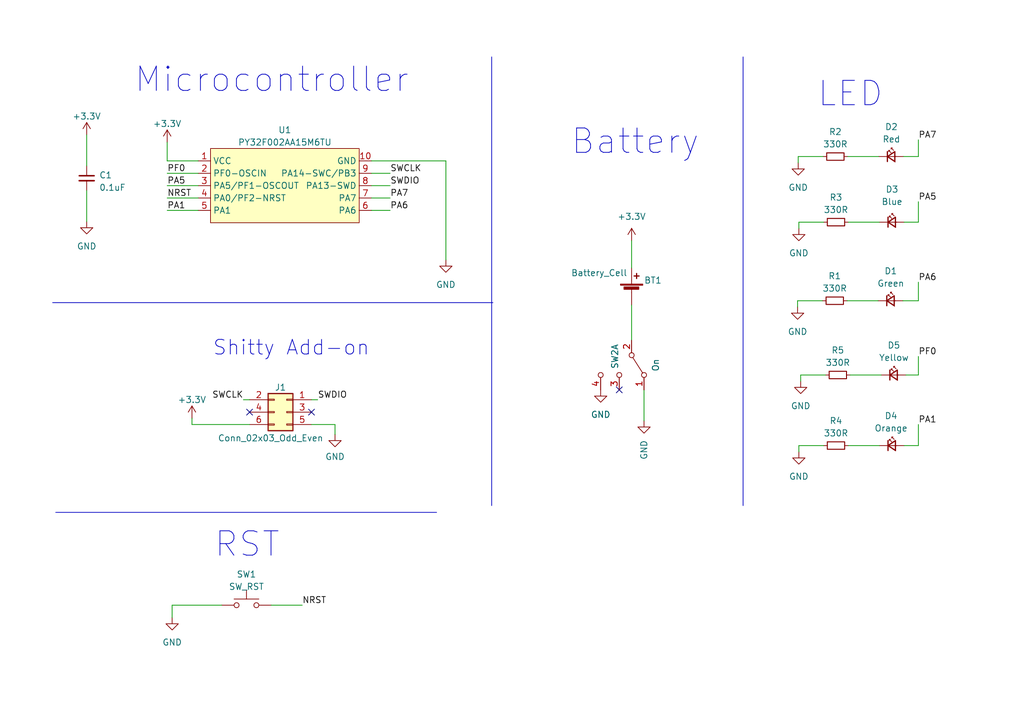
<source format=kicad_sch>
(kicad_sch (version 20231120) (generator "eeschema") (generator_version "8.0")
  (paper "A5")
  (lib_symbols
    (symbol "Connector_Generic:Conn_02x03_Odd_Even" (pin_names (offset 1.016) hide)
      (property "Reference" "J" (at 1.27 5.08 0))
      (property "Value" "Conn_02x03_Odd_Even" (at 1.27 -5.08 0))
      (symbol "Conn_02x03_Odd_Even_1_1"
        (rectangle (start -1.27 -2.413) (end 0 -2.667) (stroke (width 0.1524)))
        (rectangle (start -1.27 0.127) (end 0 -0.127) (stroke (width 0.1524)))
        (rectangle (start -1.27 2.667) (end 0 2.413) (stroke (width 0.1524)))
        (rectangle (start -1.27 3.81) (end 3.81 -3.81) (stroke (width 0.254)) (fill (type background)))
        (rectangle (start 3.81 -2.413) (end 2.54 -2.667) (stroke (width 0.1524)))
        (rectangle (start 3.81 0.127) (end 2.54 -0.127) (stroke (width 0.1524)))
        (rectangle (start 3.81 2.667) (end 2.54 2.413) (stroke (width 0.1524)))
        (pin passive line (at -5.08 2.54 0) (length 3.81) (name "Pin_1") (number "1"))
        (pin passive line (at 7.62 2.54 180) (length 3.81) (name "Pin_2") (number "2"))
        (pin passive line (at -5.08 0 0) (length 3.81) (name "Pin_3") (number "3"))
        (pin passive line (at 7.62 0 180) (length 3.81) (name "Pin_4") (number "4"))
        (pin passive line (at -5.08 -2.54 0) (length 3.81) (name "Pin_5") (number "5"))
        (pin passive line (at 7.62 -2.54 180) (length 3.81) (name "Pin_6") (number "6"))
      )
    )
    (symbol "Device:Battery_Cell" (pin_numbers hide) (pin_names (offset 0) hide)
      (property "Reference" "BT1" (at 2.54 2.54 0))
      (property "Value" "Battery_Cell" (at -12.446 4.064 0))
      (symbol "Battery_Cell_0_1"
        (rectangle (start -2.286 1.778) (end 2.286 1.524) (fill (type outline)))
        (rectangle (start -1.5748 1.1938) (end 1.4732 0.6858) (fill (type outline)))
        (polyline (pts (xy 0 0.762) (xy 0 0)))
        (polyline (pts (xy 0 1.778) (xy 0 2.54)))
        (polyline (pts (xy 0.508 3.429) (xy 1.524 3.429)) (stroke (width 0.254)))
        (polyline (pts (xy 1.016 3.937) (xy 1.016 2.921)) (stroke (width 0.254)))
      )
      (symbol "Battery_Cell_1_1"
        (pin passive line (at 0 -2.54 90) (length 2.54) (name "-") (number "1"))
        (pin passive line (at 0 5.08 270) (length 2.54) (name "+") (number "2"))
      )
    )
    (symbol "Device:C_Small" (pin_numbers hide) (pin_names (offset 0.254) hide)
      (property "Reference" "C" (at 0.254 1.778 0))
      (property "Value" "C_Small" (at 0.254 -2.032 0))
      (symbol "C_Small_0_1"
        (polyline (pts (xy -1.524 -0.508) (xy 1.524 -0.508)) (stroke (width 0.3302)))
        (polyline (pts (xy -1.524 0.508) (xy 1.524 0.508)) (stroke (width 0.3048)))
      )
      (symbol "C_Small_1_1"
        (pin passive line (at 0 2.54 270) (length 2.032) (name "~") (number "1"))
        (pin passive line (at 0 -2.54 90) (length 2.032) (name "~") (number "2"))
      )
    )
    (symbol "Device:LED_Small" (pin_numbers hide) (pin_names (offset 0.254) hide)
      (property "Reference" "D" (at -1.27 3.175 0))
      (property "Value" "LED_Small" (at -4.445 -2.54 0))
      (symbol "LED_Small_0_1"
        (polyline (pts (xy -0.762 -1.016) (xy -0.762 1.016)) (stroke (width 0.254)))
        (polyline (pts (xy 1.016 0) (xy -0.762 0)))
        (polyline (pts (xy 0.762 -1.016) (xy -0.762 0) (xy 0.762 1.016) (xy 0.762 -1.016)) (stroke (width 0.254)))
        (polyline (pts (xy 0 0.762) (xy -0.508 1.27) (xy -0.254 1.27) (xy -0.508 1.27) (xy -0.508 1.016)))
        (polyline (pts (xy 0.508 1.27) (xy 0 1.778) (xy 0.254 1.778) (xy 0 1.778) (xy 0 1.524)))
      )
      (symbol "LED_Small_1_1"
        (pin passive line (at -2.54 0 0) (length 1.778) (name "K") (number "1"))
        (pin passive line (at 2.54 0 180) (length 1.778) (name "A") (number "2"))
      )
    )
    (symbol "Device:R_Small" (pin_numbers hide) (pin_names (offset 0.254) hide)
      (property "Reference" "R" (at 0.762 0.508 0))
      (property "Value" "R_Small" (at 0.762 -1.016 0))
      (symbol "R_Small_0_1"
        (rectangle (start -0.762 1.778) (end 0.762 -1.778) (stroke (width 0.2032)))
      )
      (symbol "R_Small_1_1"
        (pin passive line (at 0 2.54 270) (length 0.762) (name "~") (number "1"))
        (pin passive line (at 0 -2.54 90) (length 0.762) (name "~") (number "2"))
      )
    )
    (symbol "MCU_PY32F002:PY32F002AA15M6TU"
      (property "Reference" "U" (at 0 0 0))
      (property "Value" "PY32F002AA15M6TU" (at 6.35 -17.78 0))
      (symbol "PY32F002AA15M6TU_1_1"
        (rectangle (start -3.81 -1.27) (end 26.67 -16.51) (fill (type background)))
        (pin input line (at -6.35 -3.81 0) (length 2.54) (name "VCC") (number "1"))
        (pin input line (at 29.21 -3.81 180) (length 2.54) (name "GND") (number "10"))
        (pin input line (at -6.35 -6.35 0) (length 2.54) (name "PF0-OSCIN") (number "2"))
        (pin input line (at -6.35 -8.89 0) (length 2.54) (name "PA5/PF1-OSCOUT") (number "3"))
        (pin input line (at -6.35 -11.43 0) (length 2.54) (name "PA0/PF2-NRST") (number "4"))
        (pin input line (at -6.35 -13.97 0) (length 2.54) (name "PA1") (number "5"))
        (pin input line (at 29.21 -13.97 180) (length 2.54) (name "PA6") (number "6"))
        (pin input line (at 29.21 -11.43 180) (length 2.54) (name "PA7") (number "7"))
        (pin input line (at 29.21 -8.89 180) (length 2.54) (name "PA13-SWD") (number "8"))
        (pin input line (at 29.21 -6.35 180) (length 2.54) (name "PA14-SWC/PB3") (number "9"))
      )
    )
    (symbol "Switch:SW_DPDT_x2" (pin_names (offset 0) hide)
      (property "Reference" "SW2" (at -1.778 -3.429 0))
      (property "Value" "On" (at 0 4.9276 0))
      (symbol "SW_DPDT_x2_0_0"
        (circle (center -2.032 0) (radius 0.508))
        (circle (center 2.032 -6.35) (radius 0.508))
        (circle (center 2.032 -2.54) (radius 0.508))
      )
      (symbol "SW_DPDT_x2_0_1"
        (polyline (pts (xy -1.524 0.254) (xy 1.651 2.286)))
        (circle (center 2.032 2.54) (radius 0.508))
      )
      (symbol "SW_DPDT_x2_1_1"
        (pin passive line (at 5.08 2.54 180) (length 2.54) (name "A") (number "1"))
        (pin passive line (at -5.08 0 0) (length 2.54) (name "B") (number "2"))
        (pin passive line (at 5.08 -2.54 180) (length 2.54) (name "C") (number "3"))
        (pin passive line (at 5.08 -6.35 180) (length 2.54) (name "C") (number "4"))
      )
      (symbol "SW_DPDT_x2_2_1"
        (pin passive line (at 5.08 2.54 180) (length 2.54) (name "A") (number "4"))
        (pin passive line (at -5.08 0 0) (length 2.54) (name "B") (number "5"))
        (pin passive line (at 5.08 -2.54 180) (length 2.54) (name "C") (number "6"))
      )
    )
    (symbol "Switch:SW_Push" (pin_numbers hide) (pin_names (offset 1.016) hide)
      (property "Reference" "SW" (at 1.27 2.54 0))
      (property "Value" "SW_Push" (at 0 -1.524 0))
      (symbol "SW_Push_0_1"
        (circle (center -2.032 0) (radius 0.508))
        (polyline (pts (xy 0 1.27) (xy 0 3.048)))
        (polyline (pts (xy 2.54 1.27) (xy -2.54 1.27)))
        (circle (center 2.032 0) (radius 0.508))
        (pin passive line (at -5.08 0 0) (length 2.54) (name "1") (number "1"))
        (pin passive line (at 5.08 0 180) (length 2.54) (name "2") (number "2"))
      )
    )
    (symbol "power:+3.3V" (power) (pin_names (offset 0))
      (property "Value" "+3.3V" (at 0 3.556 0))
      (symbol "+3.3V_0_1"
        (polyline (pts (xy -0.762 1.27) (xy 0 2.54)))
        (polyline (pts (xy 0 0) (xy 0 2.54)))
        (polyline (pts (xy 0 2.54) (xy 0.762 1.27)))
      )
      (symbol "+3.3V_1_1"
        (pin power_in line (at 0 0 90) (length 0) hide (name "+3.3V") (number "1"))
      )
    )
    (symbol "power:GND" (power) (pin_names (offset 0))
      (property "Value" "GND" (at 0 -3.81 0))
      (symbol "GND_0_1"
        (polyline (pts (xy 0 0) (xy 0 -1.27) (xy 1.27 -1.27) (xy 0 -2.54) (xy -1.27 -1.27) (xy 0 -1.27)))
      )
      (symbol "GND_1_1"
        (pin power_in line (at 0 0 270) (length 0) hide (name "GND") (number "1"))
      )
    )
  )
  (no_connect (at 127 80.01))
  (no_connect (at 51.181 84.582))
  (no_connect (at 63.881 84.582))
  (wire (pts (xy 168.91 45.593) (xy 163.83 45.593)))
  (wire (pts (xy 68.707 87.122) (xy 63.881 87.122)))
  (wire (pts (xy 188.341 76.962) (xy 185.801 76.962)))
  (wire (pts (xy 188.341 28.702) (xy 188.341 32.131)))
  (wire (pts (xy 76.2 43.18) (xy 80.01 43.18)))
  (wire (pts (xy 49.911 82.042) (xy 51.181 82.042)))
  (wire (pts (xy 17.78 39.116) (xy 17.78 45.466)))
  (wire (pts (xy 132.08 80.01) (xy 132.08 86.36)))
  (wire (pts (xy 34.29 43.18) (xy 40.64 43.18)))
  (wire (pts (xy 174.371 76.962) (xy 180.721 76.962)))
  (wire (pts (xy 169.291 76.962) (xy 164.211 76.962)))
  (wire (pts (xy 76.2 40.64) (xy 80.01 40.64)))
  (wire (pts (xy 188.341 45.593) (xy 185.42 45.593)))
  (wire (pts (xy 168.656 61.722) (xy 163.576 61.722)))
  (wire (pts (xy 188.341 32.131) (xy 185.293 32.131)))
  (wire (pts (xy 34.29 35.56) (xy 40.64 35.56)))
  (wire (pts (xy 35.306 124.206) (xy 35.306 126.746)))
  (wire (pts (xy 39.37 85.852) (xy 39.37 87.122)))
  (wire (pts (xy 65.151 82.042) (xy 63.881 82.042)))
  (wire (pts (xy 34.29 40.64) (xy 40.64 40.64)))
  (wire (pts (xy 173.99 45.593) (xy 180.34 45.593)))
  (wire (pts (xy 45.466 124.206) (xy 35.306 124.206)))
  (wire (pts (xy 168.783 32.131) (xy 163.703 32.131)))
  (wire (pts (xy 188.341 41.402) (xy 188.341 45.593)))
  (polyline (pts (xy 100.838 11.684) (xy 100.838 103.759)))
  (wire (pts (xy 163.83 91.44) (xy 163.83 92.71)))
  (wire (pts (xy 163.576 61.722) (xy 163.576 62.992)))
  (wire (pts (xy 34.29 33.02) (xy 34.29 29.21)))
  (wire (pts (xy 17.78 27.686) (xy 17.78 34.036)))
  (wire (pts (xy 168.91 91.44) (xy 163.83 91.44)))
  (wire (pts (xy 188.341 91.44) (xy 185.42 91.44)))
  (wire (pts (xy 76.2 38.1) (xy 80.01 38.1)))
  (wire (pts (xy 188.341 61.722) (xy 185.166 61.722)))
  (wire (pts (xy 173.99 91.44) (xy 180.34 91.44)))
  (wire (pts (xy 163.83 45.593) (xy 163.83 46.863)))
  (polyline (pts (xy 11.43 105.156) (xy 89.535 105.156)))
  (wire (pts (xy 188.341 87.122) (xy 188.341 91.44)))
  (wire (pts (xy 129.54 62.611) (xy 129.54 69.85)))
  (wire (pts (xy 129.54 49.403) (xy 129.54 54.991)))
  (wire (pts (xy 76.2 33.02) (xy 91.44 33.02)))
  (wire (pts (xy 91.44 33.02) (xy 91.44 53.34)))
  (wire (pts (xy 164.211 76.962) (xy 164.211 78.232)))
  (polyline (pts (xy 152.4 11.684) (xy 152.4 103.759)))
  (wire (pts (xy 34.29 38.1) (xy 40.64 38.1)))
  (wire (pts (xy 163.703 32.131) (xy 163.703 33.401)))
  (wire (pts (xy 76.2 35.56) (xy 80.01 35.56)))
  (wire (pts (xy 173.863 32.131) (xy 180.213 32.131)))
  (polyline (pts (xy 10.795 62.103) (xy 101.092 62.103)))
  (wire (pts (xy 40.64 33.02) (xy 34.29 33.02)))
  (wire (pts (xy 188.341 57.912) (xy 188.341 61.722)))
  (wire (pts (xy 55.626 124.206) (xy 61.976 124.206)))
  (wire (pts (xy 188.341 73.152) (xy 188.341 76.962)))
  (wire (pts (xy 68.707 89.154) (xy 68.707 87.122)))
  (wire (pts (xy 173.736 61.722) (xy 180.086 61.722)))
  (wire (pts (xy 39.37 87.122) (xy 51.181 87.122)))
  (text "Microcontroller" (at 27.432 19.431 0) (effects (font (size 5 5)) (justify left bottom)))
  (text "Battery" (at 116.967 32.131 0) (effects (font (size 5 5)) (justify left bottom)))
  (text "Shitty Add-on\n" (at 43.561 73.279 0) (effects (font (size 3 3)) (justify left bottom)))
  (text "RST" (at 43.815 114.808 0) (effects (font (size 5 5)) (justify left bottom)))
  (text "LED\n" (at 167.513 22.352 0) (effects (font (size 5 5)) (justify left bottom)))
  (label "NRST" (at 34.29 40.64 0))
  (label "PA7" (at 188.341 28.702 0))
  (label "PA5" (at 188.341 41.402 0))
  (label "PA7" (at 80.01 40.64 0))
  (label "PA1" (at 34.29 43.18 0))
  (label "SWCLK" (at 49.911 82.042 180))
  (label "PA6" (at 188.341 57.912 0))
  (label "NRST" (at 61.976 124.206 0))
  (label "PA5" (at 34.29 38.1 0))
  (label "PF0" (at 188.341 73.152 0))
  (label "PA6" (at 80.01 43.18 0))
  (label "SWCLK" (at 80.01 35.56 0))
  (label "SWDIO" (at 65.151 82.042 0))
  (label "PF0" (at 34.29 35.56 0))
  (label "PA1" (at 188.341 87.122 0))
  (label "SWDIO" (at 80.01 38.1 0))
  (symbol (lib_id "power:GND") (at 163.83 92.71 0) (unit 1)
    (property "Reference" "#PWR014" (effects (hide yes)))
    (property "Value" "GND" (at 163.83 97.79 0))
  )
  (symbol (lib_id "Device:LED_Small") (at 183.261 76.962 0) (unit 1)
    (property "Reference" "D5" (at 183.3245 70.866 0))
    (property "Value" "Yellow" (at 183.3245 73.406 0))
    (property "Footprint" "LED_SMD:LED_0805_2012Metric" (effects (hide yes)))
    (property "LCSC#" "C84261" (effects (hide yes)))
  )
  (symbol (lib_id "Device:Battery_Cell") (at 129.54 60.071 0) (unit 1)
    (property "Reference" "BT1" (at 132.08 57.531 0) (effects (justify left)))
    (property "Value" "Battery_Cell" (at 117.094 56.007 0) (effects (justify left)))
    (property "Footprint" "Library:BAT-HLD-001" (effects (hide yes)))
    (property "LCSC#" "C964833" (effects (hide yes)))
  )
  (symbol (lib_id "Device:R_Small") (at 171.196 61.722 90) (unit 1)
    (property "Reference" "R1" (at 171.196 56.642 90))
    (property "Value" "330R" (at 171.196 59.182 90))
    (property "Footprint" "Resistor_SMD:R_0805_2012Metric" (effects (hide yes)))
    (property "LCSC#" "C119075" (effects (hide yes)))
  )
  (symbol (lib_id "Device:LED_Small") (at 182.88 91.44 0) (unit 1)
    (property "Reference" "D4" (at 182.753 85.344 0))
    (property "Value" "Orange" (at 182.753 87.884 0))
    (property "Footprint" "LED_SMD:LED_0805_2012Metric" (effects (hide yes)))
    (property "LCSC#" "C434437" (effects (hide yes)))
  )
  (symbol (lib_id "power:+3.3V") (at 129.54 49.403 0) (unit 1)
    (property "Reference" "#PWR09" (effects (hide yes)))
    (property "Value" "+3.3V" (at 129.54 44.45 0))
  )
  (symbol (lib_id "power:GND") (at 35.306 126.746 0) (unit 1)
    (property "Reference" "#PWR04" (effects (hide yes)))
    (property "Value" "GND" (at 35.306 131.826 0))
  )
  (symbol (lib_id "power:GND") (at 123.19 80.01 0) (unit 1)
    (property "Reference" "#PWR08" (effects (hide yes)))
    (property "Value" "GND" (at 123.19 85.09 0))
  )
  (symbol (lib_id "Switch:SW_DPDT_x2") (at 129.54 74.93 270) (unit 1)
    (property "Reference" "SW2" (at 126.111 73.152 0))
    (property "Value" "On" (at 134.4676 74.93 0))
    (property "Footprint" "Library:MSK12C02" (effects (hide yes)))
    (property "LCSC#" "C431540" (effects (hide yes)))
  )
  (symbol (lib_id "power:GND") (at 164.211 78.232 0) (unit 1)
    (property "Reference" "#PWR015" (effects (hide yes)))
    (property "Value" "GND" (at 164.211 83.312 0))
  )
  (symbol (lib_id "power:+3.3V") (at 34.29 29.21 0) (unit 1)
    (property "Reference" "#PWR03" (effects (hide yes)))
    (property "Value" "+3.3V" (at 34.29 25.4 0))
  )
  (symbol (lib_id "power:GND") (at 91.44 53.34 0) (unit 1)
    (property "Reference" "#PWR07" (effects (hide yes)))
    (property "Value" "GND" (at 91.44 58.42 0))
  )
  (symbol (lib_id "MCU_PY32F002:PY32F002AA15M6TU") (at 46.99 29.21 0) (unit 1)
    (property "Reference" "U1" (at 58.42 26.67 0))
    (property "Value" "PY32F002AA15M6TU" (at 58.42 29.21 0))
    (property "Footprint" "Library:PY32F002AA15M" (effects (hide yes)))
    (property "Datasheet" "https://datasheet.lcsc.com/lcsc/2303271200_PUYA--PY32F002AA15M6TU_C5292058.pdf" (effects (hide yes)))
    (property "LCSC#" "C5292058" (effects (hide yes)))
  )
  (symbol (lib_id "Device:R_Small") (at 171.323 32.131 90) (unit 1)
    (property "Reference" "R2" (at 171.323 27.051 90))
    (property "Value" "330R" (at 171.323 29.591 90))
    (property "Footprint" "Resistor_SMD:R_0805_2012Metric" (effects (hide yes)))
    (property "LCSC#" "C119075" (effects (hide yes)))
  )
  (symbol (lib_id "power:GND") (at 68.707 89.154 0) (unit 1)
    (property "Reference" "#PWR06" (effects (hide yes)))
    (property "Value" "GND" (at 68.707 93.726 0))
  )
  (symbol (lib_id "power:GND") (at 17.78 45.466 0) (unit 1)
    (property "Reference" "#PWR02" (effects (hide yes)))
    (property "Value" "GND" (at 17.78 50.546 0))
  )
  (symbol (lib_id "Device:LED_Small") (at 182.88 45.593 0) (unit 1)
    (property "Reference" "D3" (at 182.9435 38.862 0))
    (property "Value" "Blue" (at 182.9435 41.402 0))
    (property "Footprint" "LED_SMD:LED_0805_2012Metric" (effects (hide yes)))
    (property "LCSC#" "C205441" (effects (hide yes)))
  )
  (symbol (lib_id "Device:C_Small") (at 17.78 36.576 0) (unit 1)
    (property "Reference" "C1" (at 20.32 35.9473 0) (effects (justify left)))
    (property "Value" "0.1uF" (at 20.32 38.4873 0) (effects (justify left)))
    (property "Footprint" "Capacitor_SMD:C_0805_2012Metric" (effects (hide yes)))
    (property "LCSC#" "C235731" (effects (hide yes)))
  )
  (symbol (lib_id "Device:LED_Small") (at 182.626 61.722 0) (unit 1)
    (property "Reference" "D1" (at 182.6895 55.626 0))
    (property "Value" "Green" (at 182.6895 58.166 0))
    (property "Footprint" "LED_SMD:LED_0805_2012Metric" (effects (hide yes)))
    (property "LCSC#" "C965815" (effects (hide yes)))
  )
  (symbol (lib_id "power:GND") (at 163.576 62.992 0) (unit 1)
    (property "Reference" "#PWR011" (effects (hide yes)))
    (property "Value" "GND" (at 163.576 68.072 0))
  )
  (symbol (lib_id "power:GND") (at 163.703 33.401 0) (unit 1)
    (property "Reference" "#PWR012" (effects (hide yes)))
    (property "Value" "GND" (at 163.703 38.481 0))
  )
  (symbol (lib_id "Device:LED_Small") (at 182.753 32.131 0) (unit 1)
    (property "Reference" "D2" (at 182.8165 26.035 0))
    (property "Value" "Red" (at 182.8165 28.575 0))
    (property "Footprint" "LED_SMD:LED_0805_2012Metric" (effects (hide yes)))
    (property "LCSC#" "C965812" (effects (hide yes)))
  )
  (symbol (lib_id "power:+3.3V") (at 17.78 27.686 0) (unit 1)
    (property "Reference" "#PWR01" (effects (hide yes)))
    (property "Value" "+3.3V" (at 17.78 23.876 0))
  )
  (symbol (lib_id "Device:R_Small") (at 171.45 45.593 90) (unit 1)
    (property "Reference" "R3" (at 171.45 40.513 90))
    (property "Value" "330R" (at 171.45 43.053 90))
    (property "Footprint" "Resistor_SMD:R_0805_2012Metric" (effects (hide yes)))
    (property "LCSC#" "C119075" (effects (hide yes)))
  )
  (symbol (lib_id "Connector_Generic:Conn_02x03_Odd_Even") (at 58.801 84.582 0) (mirror y) (unit 1)
    (property "Reference" "J1" (at 57.531 79.502 0))
    (property "Value" "Conn_02x03_Odd_Even" (at 55.499 89.916 0))
    (property "Footprint" "Library:B-2100N06P-B111_CKM" (effects (hide yes)))
    (property "LCSC#" "C124390" (effects (hide yes)))
  )
  (symbol (lib_id "power:+3.3V") (at 39.37 85.852 0) (unit 1)
    (property "Reference" "#PWR05" (effects (hide yes)))
    (property "Value" "+3.3V" (at 39.37 82.042 0))
  )
  (symbol (lib_id "power:GND") (at 132.08 86.36 0) (unit 1)
    (property "Reference" "#PWR010" (effects (hide yes)))
    (property "Value" "GND" (at 132.08 90.297 90) (effects (justify right)))
  )
  (symbol (lib_id "power:GND") (at 163.83 46.863 0) (unit 1)
    (property "Reference" "#PWR013" (effects (hide yes)))
    (property "Value" "GND" (at 163.83 51.943 0))
  )
  (symbol (lib_id "Switch:SW_Push") (at 50.546 124.206 0) (unit 1)
    (property "Reference" "SW1" (at 50.546 117.856 0))
    (property "Value" "SW_RST" (at 50.546 120.396 0))
    (property "Footprint" "Button_Switch_SMD:SW_SPST_TL3342" (effects (hide yes)))
    (property "LCSC#" "C318889" (effects (hide yes)))
  )
  (symbol (lib_id "Device:R_Small") (at 171.831 76.962 90) (unit 1)
    (property "Reference" "R5" (at 171.831 71.882 90))
    (property "Value" "330R" (at 171.831 74.422 90))
    (property "Footprint" "Resistor_SMD:R_0805_2012Metric" (effects (hide yes)))
    (property "LCSC#" "C119075" (effects (hide yes)))
  )
  (symbol (lib_id "Device:R_Small") (at 171.45 91.44 90) (unit 1)
    (property "Reference" "R4" (at 171.45 86.36 90))
    (property "Value" "330R" (at 171.45 88.9 90))
    (property "Footprint" "Resistor_SMD:R_0805_2012Metric" (effects (hide yes)))
    (property "LCSC#" "C119075" (effects (hide yes)))
  )
)
</source>
